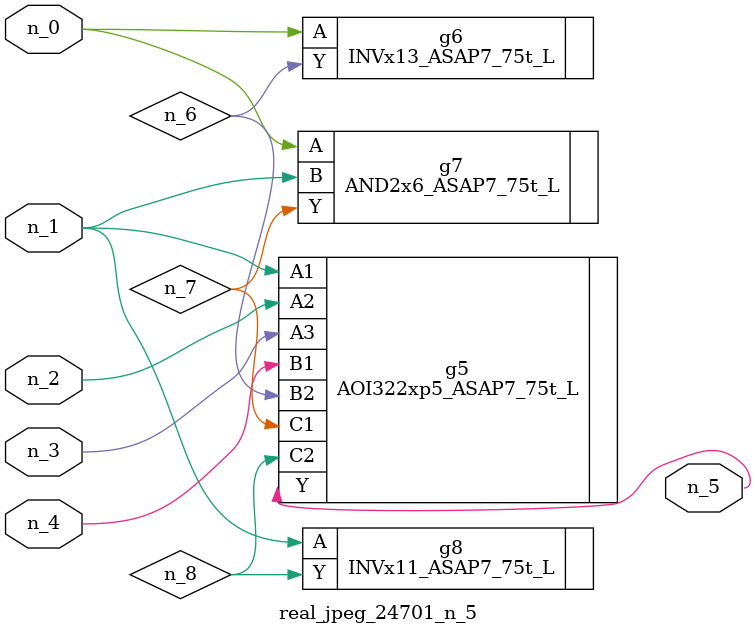
<source format=v>
module real_jpeg_24701_n_5 (n_4, n_0, n_1, n_2, n_3, n_5);

input n_4;
input n_0;
input n_1;
input n_2;
input n_3;

output n_5;

wire n_8;
wire n_6;
wire n_7;

INVx13_ASAP7_75t_L g6 ( 
.A(n_0),
.Y(n_6)
);

AND2x6_ASAP7_75t_L g7 ( 
.A(n_0),
.B(n_1),
.Y(n_7)
);

AOI322xp5_ASAP7_75t_L g5 ( 
.A1(n_1),
.A2(n_2),
.A3(n_3),
.B1(n_4),
.B2(n_6),
.C1(n_7),
.C2(n_8),
.Y(n_5)
);

INVx11_ASAP7_75t_L g8 ( 
.A(n_1),
.Y(n_8)
);


endmodule
</source>
